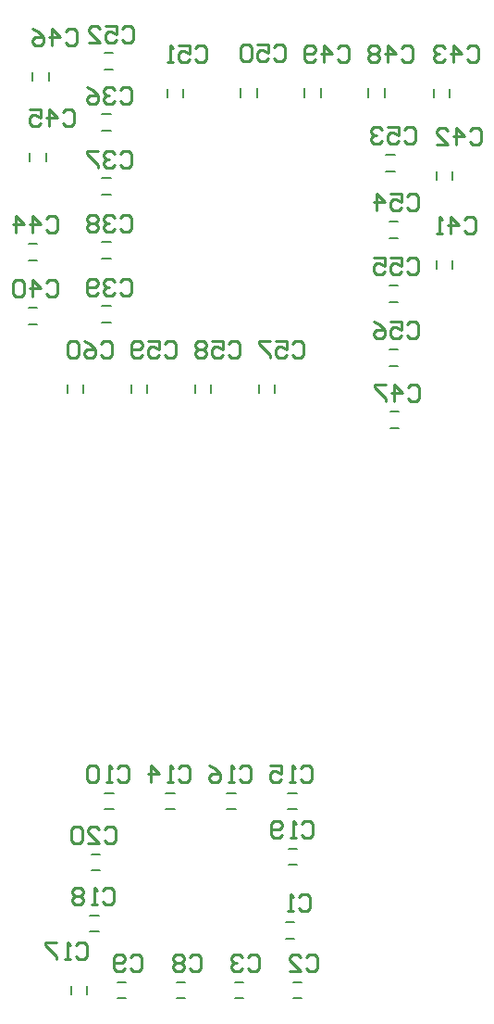
<source format=gbo>
%FSLAX44Y44*%
%MOMM*%
G71*
G01*
G75*
G04 Layer_Color=32896*
G04:AMPARAMS|DCode=10|XSize=3.5mm|YSize=2.05mm|CornerRadius=0.5125mm|HoleSize=0mm|Usage=FLASHONLY|Rotation=0.000|XOffset=0mm|YOffset=0mm|HoleType=Round|Shape=RoundedRectangle|*
%AMROUNDEDRECTD10*
21,1,3.5000,1.0250,0,0,0.0*
21,1,2.4750,2.0500,0,0,0.0*
1,1,1.0250,1.2375,-0.5125*
1,1,1.0250,-1.2375,-0.5125*
1,1,1.0250,-1.2375,0.5125*
1,1,1.0250,1.2375,0.5125*
%
%ADD10ROUNDEDRECTD10*%
G04:AMPARAMS|DCode=11|XSize=4mm|YSize=2.05mm|CornerRadius=0.5125mm|HoleSize=0mm|Usage=FLASHONLY|Rotation=0.000|XOffset=0mm|YOffset=0mm|HoleType=Round|Shape=RoundedRectangle|*
%AMROUNDEDRECTD11*
21,1,4.0000,1.0250,0,0,0.0*
21,1,2.9750,2.0500,0,0,0.0*
1,1,1.0250,1.4875,-0.5125*
1,1,1.0250,-1.4875,-0.5125*
1,1,1.0250,-1.4875,0.5125*
1,1,1.0250,1.4875,0.5125*
%
%ADD11ROUNDEDRECTD11*%
G04:AMPARAMS|DCode=12|XSize=3.5mm|YSize=2.05mm|CornerRadius=0.5125mm|HoleSize=0mm|Usage=FLASHONLY|Rotation=0.000|XOffset=0mm|YOffset=0mm|HoleType=Round|Shape=RoundedRectangle|*
%AMROUNDEDRECTD12*
21,1,3.5000,1.0250,0,0,0.0*
21,1,2.4750,2.0500,0,0,0.0*
1,1,1.0250,1.2375,-0.5125*
1,1,1.0250,-1.2375,-0.5125*
1,1,1.0250,-1.2375,0.5125*
1,1,1.0250,1.2375,0.5125*
%
%ADD12ROUNDEDRECTD12*%
G04:AMPARAMS|DCode=13|XSize=2.8mm|YSize=0.5mm|CornerRadius=0.125mm|HoleSize=0mm|Usage=FLASHONLY|Rotation=0.000|XOffset=0mm|YOffset=0mm|HoleType=Round|Shape=RoundedRectangle|*
%AMROUNDEDRECTD13*
21,1,2.8000,0.2500,0,0,0.0*
21,1,2.5500,0.5000,0,0,0.0*
1,1,0.2500,1.2750,-0.1250*
1,1,0.2500,-1.2750,-0.1250*
1,1,0.2500,-1.2750,0.1250*
1,1,0.2500,1.2750,0.1250*
%
%ADD13ROUNDEDRECTD13*%
%ADD14R,1.0000X0.7000*%
%ADD15R,0.8500X0.7000*%
%ADD16R,2.1000X1.4000*%
%ADD17R,1.1000X1.7000*%
%ADD18O,1.6000X0.5500*%
%ADD19R,1.1000X2.6000*%
%ADD20R,1.1000X0.6000*%
%ADD21O,0.4500X1.8000*%
%ADD22R,1.0000X2.1500*%
%ADD23R,3.2500X2.1500*%
%ADD24R,2.6000X1.2000*%
%ADD25R,1.2000X2.6000*%
%ADD26R,1.7000X1.1000*%
%ADD27R,0.9500X1.7000*%
%ADD28R,1.3000X1.9000*%
%ADD29C,0.4500*%
%ADD30R,2.6000X1.1000*%
%ADD31R,0.3000X1.9000*%
%ADD32C,0.3600*%
%ADD33R,1.0000X2.4000*%
%ADD34R,3.3000X2.4000*%
G04:AMPARAMS|DCode=35|XSize=3.5mm|YSize=2.05mm|CornerRadius=0.5125mm|HoleSize=0mm|Usage=FLASHONLY|Rotation=270.000|XOffset=0mm|YOffset=0mm|HoleType=Round|Shape=RoundedRectangle|*
%AMROUNDEDRECTD35*
21,1,3.5000,1.0250,0,0,270.0*
21,1,2.4750,2.0500,0,0,270.0*
1,1,1.0250,-0.5125,-1.2375*
1,1,1.0250,-0.5125,1.2375*
1,1,1.0250,0.5125,1.2375*
1,1,1.0250,0.5125,-1.2375*
%
%ADD35ROUNDEDRECTD35*%
G04:AMPARAMS|DCode=36|XSize=4mm|YSize=2.05mm|CornerRadius=0.5125mm|HoleSize=0mm|Usage=FLASHONLY|Rotation=270.000|XOffset=0mm|YOffset=0mm|HoleType=Round|Shape=RoundedRectangle|*
%AMROUNDEDRECTD36*
21,1,4.0000,1.0250,0,0,270.0*
21,1,2.9750,2.0500,0,0,270.0*
1,1,1.0250,-0.5125,-1.4875*
1,1,1.0250,-0.5125,1.4875*
1,1,1.0250,0.5125,1.4875*
1,1,1.0250,0.5125,-1.4875*
%
%ADD36ROUNDEDRECTD36*%
G04:AMPARAMS|DCode=37|XSize=3.5mm|YSize=2.05mm|CornerRadius=0.5125mm|HoleSize=0mm|Usage=FLASHONLY|Rotation=270.000|XOffset=0mm|YOffset=0mm|HoleType=Round|Shape=RoundedRectangle|*
%AMROUNDEDRECTD37*
21,1,3.5000,1.0250,0,0,270.0*
21,1,2.4750,2.0500,0,0,270.0*
1,1,1.0250,-0.5125,-1.2375*
1,1,1.0250,-0.5125,1.2375*
1,1,1.0250,0.5125,1.2375*
1,1,1.0250,0.5125,-1.2375*
%
%ADD37ROUNDEDRECTD37*%
G04:AMPARAMS|DCode=38|XSize=2.8mm|YSize=0.5mm|CornerRadius=0.125mm|HoleSize=0mm|Usage=FLASHONLY|Rotation=270.000|XOffset=0mm|YOffset=0mm|HoleType=Round|Shape=RoundedRectangle|*
%AMROUNDEDRECTD38*
21,1,2.8000,0.2500,0,0,270.0*
21,1,2.5500,0.5000,0,0,270.0*
1,1,0.2500,-0.1250,-1.2750*
1,1,0.2500,-0.1250,1.2750*
1,1,0.2500,0.1250,1.2750*
1,1,0.2500,0.1250,-1.2750*
%
%ADD38ROUNDEDRECTD38*%
%ADD39R,1.8000X2.0000*%
%ADD40R,3.0000X2.5000*%
%ADD41C,0.2000*%
%ADD42C,0.1000*%
%ADD43C,0.2540*%
%ADD44C,0.8000*%
%ADD45C,1.0000*%
%ADD46C,0.5000*%
%ADD47C,1.4000*%
%ADD48C,1.5000*%
%ADD49R,1.5000X1.5000*%
%ADD50C,0.9000*%
%ADD51C,4.7600*%
%ADD52R,1.6900X1.6900*%
%ADD53C,1.6900*%
%ADD54R,1.5000X1.5000*%
%ADD55C,1.5240*%
%ADD56C,0.4000*%
%ADD57C,7.0000*%
%ADD58C,1.3000*%
%ADD59C,2.1000*%
%ADD60C,1.0160*%
%ADD61C,1.4080*%
%ADD62C,1.4080*%
%ADD63C,3.7680*%
%ADD64C,1.5980*%
%ADD65C,1.8080*%
%ADD66C,0.7080*%
%ADD67C,5.5080*%
%ADD68C,2.1080*%
%ADD69C,0.4000*%
%ADD70C,0.2500*%
%ADD71C,0.6000*%
%ADD72C,0.2032*%
%ADD73C,0.1500*%
%ADD74C,0.7000*%
G04:AMPARAMS|DCode=75|XSize=3.7032mm|YSize=2.2532mm|CornerRadius=0.6141mm|HoleSize=0mm|Usage=FLASHONLY|Rotation=0.000|XOffset=0mm|YOffset=0mm|HoleType=Round|Shape=RoundedRectangle|*
%AMROUNDEDRECTD75*
21,1,3.7032,1.0250,0,0,0.0*
21,1,2.4750,2.2532,0,0,0.0*
1,1,1.2282,1.2375,-0.5125*
1,1,1.2282,-1.2375,-0.5125*
1,1,1.2282,-1.2375,0.5125*
1,1,1.2282,1.2375,0.5125*
%
%ADD75ROUNDEDRECTD75*%
G04:AMPARAMS|DCode=76|XSize=4.2032mm|YSize=2.2532mm|CornerRadius=0.6141mm|HoleSize=0mm|Usage=FLASHONLY|Rotation=0.000|XOffset=0mm|YOffset=0mm|HoleType=Round|Shape=RoundedRectangle|*
%AMROUNDEDRECTD76*
21,1,4.2032,1.0250,0,0,0.0*
21,1,2.9750,2.2532,0,0,0.0*
1,1,1.2282,1.4875,-0.5125*
1,1,1.2282,-1.4875,-0.5125*
1,1,1.2282,-1.4875,0.5125*
1,1,1.2282,1.4875,0.5125*
%
%ADD76ROUNDEDRECTD76*%
G04:AMPARAMS|DCode=77|XSize=3.7032mm|YSize=2.2532mm|CornerRadius=0.6141mm|HoleSize=0mm|Usage=FLASHONLY|Rotation=0.000|XOffset=0mm|YOffset=0mm|HoleType=Round|Shape=RoundedRectangle|*
%AMROUNDEDRECTD77*
21,1,3.7032,1.0250,0,0,0.0*
21,1,2.4750,2.2532,0,0,0.0*
1,1,1.2282,1.2375,-0.5125*
1,1,1.2282,-1.2375,-0.5125*
1,1,1.2282,-1.2375,0.5125*
1,1,1.2282,1.2375,0.5125*
%
%ADD77ROUNDEDRECTD77*%
G04:AMPARAMS|DCode=78|XSize=3.0032mm|YSize=0.7032mm|CornerRadius=0.2266mm|HoleSize=0mm|Usage=FLASHONLY|Rotation=0.000|XOffset=0mm|YOffset=0mm|HoleType=Round|Shape=RoundedRectangle|*
%AMROUNDEDRECTD78*
21,1,3.0032,0.2500,0,0,0.0*
21,1,2.5500,0.7032,0,0,0.0*
1,1,0.4532,1.2750,-0.1250*
1,1,0.4532,-1.2750,-0.1250*
1,1,0.4532,-1.2750,0.1250*
1,1,0.4532,1.2750,0.1250*
%
%ADD78ROUNDEDRECTD78*%
%ADD79R,1.2032X0.9032*%
%ADD80R,1.0532X0.9032*%
%ADD81R,2.3032X1.6032*%
%ADD82R,1.3032X1.9032*%
%ADD83O,1.8032X0.7532*%
%ADD84R,1.3032X2.8032*%
%ADD85R,1.3032X0.8032*%
%ADD86O,0.6532X2.0032*%
%ADD87R,1.2032X2.3532*%
%ADD88R,3.4532X2.3532*%
%ADD89R,2.8032X1.4032*%
%ADD90R,1.4032X2.8032*%
%ADD91R,1.9032X1.3032*%
%ADD92R,1.1532X1.9032*%
%ADD93R,1.5032X2.1032*%
%ADD94C,0.5700*%
%ADD95R,2.8032X1.3032*%
%ADD96R,0.5032X2.1032*%
%ADD97C,0.4800*%
%ADD98R,1.2032X2.6032*%
%ADD99R,3.5032X2.6032*%
G04:AMPARAMS|DCode=100|XSize=3.7032mm|YSize=2.2532mm|CornerRadius=0.6141mm|HoleSize=0mm|Usage=FLASHONLY|Rotation=270.000|XOffset=0mm|YOffset=0mm|HoleType=Round|Shape=RoundedRectangle|*
%AMROUNDEDRECTD100*
21,1,3.7032,1.0250,0,0,270.0*
21,1,2.4750,2.2532,0,0,270.0*
1,1,1.2282,-0.5125,-1.2375*
1,1,1.2282,-0.5125,1.2375*
1,1,1.2282,0.5125,1.2375*
1,1,1.2282,0.5125,-1.2375*
%
%ADD100ROUNDEDRECTD100*%
G04:AMPARAMS|DCode=101|XSize=4.2032mm|YSize=2.2532mm|CornerRadius=0.6141mm|HoleSize=0mm|Usage=FLASHONLY|Rotation=270.000|XOffset=0mm|YOffset=0mm|HoleType=Round|Shape=RoundedRectangle|*
%AMROUNDEDRECTD101*
21,1,4.2032,1.0250,0,0,270.0*
21,1,2.9750,2.2532,0,0,270.0*
1,1,1.2282,-0.5125,-1.4875*
1,1,1.2282,-0.5125,1.4875*
1,1,1.2282,0.5125,1.4875*
1,1,1.2282,0.5125,-1.4875*
%
%ADD101ROUNDEDRECTD101*%
G04:AMPARAMS|DCode=102|XSize=3.7032mm|YSize=2.2532mm|CornerRadius=0.6141mm|HoleSize=0mm|Usage=FLASHONLY|Rotation=270.000|XOffset=0mm|YOffset=0mm|HoleType=Round|Shape=RoundedRectangle|*
%AMROUNDEDRECTD102*
21,1,3.7032,1.0250,0,0,270.0*
21,1,2.4750,2.2532,0,0,270.0*
1,1,1.2282,-0.5125,-1.2375*
1,1,1.2282,-0.5125,1.2375*
1,1,1.2282,0.5125,1.2375*
1,1,1.2282,0.5125,-1.2375*
%
%ADD102ROUNDEDRECTD102*%
G04:AMPARAMS|DCode=103|XSize=3.0032mm|YSize=0.7032mm|CornerRadius=0.2266mm|HoleSize=0mm|Usage=FLASHONLY|Rotation=270.000|XOffset=0mm|YOffset=0mm|HoleType=Round|Shape=RoundedRectangle|*
%AMROUNDEDRECTD103*
21,1,3.0032,0.2500,0,0,270.0*
21,1,2.5500,0.7032,0,0,270.0*
1,1,0.4532,-0.1250,-1.2750*
1,1,0.4532,-0.1250,1.2750*
1,1,0.4532,0.1250,1.2750*
1,1,0.4532,0.1250,-1.2750*
%
%ADD103ROUNDEDRECTD103*%
%ADD104R,2.0032X2.2032*%
%ADD105R,3.2032X2.7032*%
%ADD106C,1.7032*%
%ADD107R,1.7032X1.7032*%
%ADD108C,1.1032*%
%ADD109C,4.9632*%
%ADD110R,1.8932X1.8932*%
%ADD111C,1.8932*%
%ADD112R,1.7032X1.7032*%
%ADD113C,1.7272*%
%ADD114C,0.6032*%
%ADD115C,7.2032*%
%ADD116C,1.5032*%
%ADD117C,2.3032*%
D41*
X1396920Y1116060D02*
X1404920D01*
X1396920Y1131060D02*
X1404920D01*
X1331080Y1288780D02*
X1339080D01*
X1331080Y1303780D02*
X1339080D01*
X1318850Y1247900D02*
X1326850D01*
X1318850Y1232900D02*
X1326850D01*
X1342310Y1116060D02*
X1350310D01*
X1342310Y1131060D02*
X1350310D01*
X1450260Y1116060D02*
X1458260D01*
X1450260Y1131060D02*
X1458260D01*
X1503600Y1116060D02*
X1511600D01*
X1503600Y1131060D02*
X1511600D01*
X1386960Y1288780D02*
X1394960D01*
X1386960Y1303780D02*
X1394960D01*
X1442840Y1288780D02*
X1450840D01*
X1442840Y1303780D02*
X1450840D01*
X1498720Y1288780D02*
X1506720D01*
X1498720Y1303780D02*
X1506720D01*
X1499190Y1237980D02*
X1507190D01*
X1499190Y1252980D02*
X1507190D01*
X1317580Y1177020D02*
X1325580D01*
X1317580Y1192020D02*
X1325580D01*
X1300110Y1119560D02*
Y1127560D01*
X1315110Y1119560D02*
Y1127560D01*
X1496650Y1170670D02*
X1504650D01*
X1496650Y1185670D02*
X1504650D01*
X1328510Y1923870D02*
X1336510D01*
X1328510Y1908870D02*
X1336510D01*
X1328510Y1865450D02*
X1336510D01*
X1328510Y1850450D02*
X1336510D01*
X1328510Y1792030D02*
X1336510D01*
X1328510Y1807030D02*
X1336510D01*
X1328510Y1733610D02*
X1336510D01*
X1328510Y1748610D02*
X1336510D01*
X1261200Y1732340D02*
X1269200D01*
X1261200Y1747340D02*
X1269200D01*
X1649420Y1782830D02*
Y1790830D01*
X1634420Y1782830D02*
Y1790830D01*
Y1864110D02*
Y1872110D01*
X1649420Y1864110D02*
Y1872110D01*
X1631880Y1939040D02*
Y1947040D01*
X1646880Y1939040D02*
Y1947040D01*
X1261200Y1790760D02*
X1269200D01*
X1261200Y1805760D02*
X1269200D01*
X1262310Y1880620D02*
Y1888620D01*
X1277310Y1880620D02*
Y1888620D01*
X1264850Y1954280D02*
Y1962280D01*
X1279850Y1954280D02*
Y1962280D01*
X1592200Y1652090D02*
X1600200D01*
X1592200Y1637090D02*
X1600200D01*
X1587190Y1939840D02*
Y1947840D01*
X1572190Y1939840D02*
Y1947840D01*
X1528770Y1939840D02*
Y1947840D01*
X1513770Y1939840D02*
Y1947840D01*
X1455350Y1939840D02*
Y1947840D01*
X1470350Y1939840D02*
Y1947840D01*
X1388040Y1939040D02*
Y1947040D01*
X1403040Y1939040D02*
Y1947040D01*
X1330580Y1964750D02*
X1338580D01*
X1330580Y1979750D02*
X1338580D01*
X1588390Y1887040D02*
X1596390D01*
X1588390Y1872040D02*
X1596390D01*
X1591400Y1811080D02*
X1599400D01*
X1591400Y1826080D02*
X1599400D01*
X1591400Y1752660D02*
X1599400D01*
X1591400Y1767660D02*
X1599400D01*
X1591400Y1694240D02*
X1599400D01*
X1591400Y1709240D02*
X1599400D01*
X1486860Y1669330D02*
Y1677330D01*
X1471860Y1669330D02*
Y1677330D01*
X1428440Y1669330D02*
Y1677330D01*
X1413440Y1669330D02*
Y1677330D01*
X1355020Y1669330D02*
Y1677330D01*
X1370020Y1669330D02*
Y1677330D01*
X1296600Y1669330D02*
Y1677330D01*
X1311600Y1669330D02*
Y1677330D01*
D43*
X1327217Y1714258D02*
X1329756Y1716797D01*
X1334835D01*
X1337374Y1714258D01*
Y1704101D01*
X1334835Y1701562D01*
X1329756D01*
X1327217Y1704101D01*
X1311982Y1716797D02*
X1317061Y1714258D01*
X1322139Y1709180D01*
Y1704101D01*
X1319600Y1701562D01*
X1314521D01*
X1311982Y1704101D01*
Y1706640D01*
X1314521Y1709180D01*
X1322139D01*
X1306904Y1714258D02*
X1304365Y1716797D01*
X1299286D01*
X1296747Y1714258D01*
Y1704101D01*
X1299286Y1701562D01*
X1304365D01*
X1306904Y1704101D01*
Y1714258D01*
X1385637D02*
X1388177Y1716797D01*
X1393255D01*
X1395794Y1714258D01*
Y1704101D01*
X1393255Y1701562D01*
X1388177D01*
X1385637Y1704101D01*
X1370402Y1716797D02*
X1380559D01*
Y1709180D01*
X1375481Y1711719D01*
X1372941D01*
X1370402Y1709180D01*
Y1704101D01*
X1372941Y1701562D01*
X1378020D01*
X1380559Y1704101D01*
X1365324D02*
X1362785Y1701562D01*
X1357706D01*
X1355167Y1704101D01*
Y1714258D01*
X1357706Y1716797D01*
X1362785D01*
X1365324Y1714258D01*
Y1711719D01*
X1362785Y1709180D01*
X1355167D01*
X1444057Y1714182D02*
X1446596Y1716721D01*
X1451675D01*
X1454214Y1714182D01*
Y1704025D01*
X1451675Y1701486D01*
X1446596D01*
X1444057Y1704025D01*
X1428822Y1716721D02*
X1438979D01*
Y1709104D01*
X1433901Y1711643D01*
X1431361D01*
X1428822Y1709104D01*
Y1704025D01*
X1431361Y1701486D01*
X1436440D01*
X1438979Y1704025D01*
X1423744Y1714182D02*
X1421205Y1716721D01*
X1416126D01*
X1413587Y1714182D01*
Y1711643D01*
X1416126Y1709104D01*
X1413587Y1706564D01*
Y1704025D01*
X1416126Y1701486D01*
X1421205D01*
X1423744Y1704025D01*
Y1706564D01*
X1421205Y1709104D01*
X1423744Y1711643D01*
Y1714182D01*
X1421205Y1709104D02*
X1416126D01*
X1502477Y1714182D02*
X1505016Y1716721D01*
X1510095D01*
X1512634Y1714182D01*
Y1704025D01*
X1510095Y1701486D01*
X1505016D01*
X1502477Y1704025D01*
X1487242Y1716721D02*
X1497399D01*
Y1709104D01*
X1492321Y1711643D01*
X1489781D01*
X1487242Y1709104D01*
Y1704025D01*
X1489781Y1701486D01*
X1494860D01*
X1497399Y1704025D01*
X1482164Y1716721D02*
X1472007D01*
Y1714182D01*
X1482164Y1704025D01*
Y1701486D01*
X1607887Y1731962D02*
X1610426Y1734501D01*
X1615505D01*
X1618044Y1731962D01*
Y1721805D01*
X1615505Y1719266D01*
X1610426D01*
X1607887Y1721805D01*
X1592652Y1734501D02*
X1602809D01*
Y1726884D01*
X1597731Y1729423D01*
X1595191D01*
X1592652Y1726884D01*
Y1721805D01*
X1595191Y1719266D01*
X1600270D01*
X1602809Y1721805D01*
X1577417Y1734501D02*
X1582496Y1731962D01*
X1587574Y1726884D01*
Y1721805D01*
X1585035Y1719266D01*
X1579956D01*
X1577417Y1721805D01*
Y1724344D01*
X1579956Y1726884D01*
X1587574D01*
X1607887Y1790382D02*
X1610426Y1792921D01*
X1615505D01*
X1618044Y1790382D01*
Y1780225D01*
X1615505Y1777686D01*
X1610426D01*
X1607887Y1780225D01*
X1592652Y1792921D02*
X1602809D01*
Y1785303D01*
X1597731Y1787843D01*
X1595191D01*
X1592652Y1785303D01*
Y1780225D01*
X1595191Y1777686D01*
X1600270D01*
X1602809Y1780225D01*
X1577417Y1792921D02*
X1587574D01*
Y1785303D01*
X1582496Y1787843D01*
X1579956D01*
X1577417Y1785303D01*
Y1780225D01*
X1579956Y1777686D01*
X1585035D01*
X1587574Y1780225D01*
X1607887Y1848802D02*
X1610426Y1851341D01*
X1615505D01*
X1618044Y1848802D01*
Y1838645D01*
X1615505Y1836106D01*
X1610426D01*
X1607887Y1838645D01*
X1592652Y1851341D02*
X1602809D01*
Y1843723D01*
X1597731Y1846263D01*
X1595191D01*
X1592652Y1843723D01*
Y1838645D01*
X1595191Y1836106D01*
X1600270D01*
X1602809Y1838645D01*
X1579956Y1836106D02*
Y1851341D01*
X1587574Y1843723D01*
X1577417D01*
X1604839Y1909762D02*
X1607378Y1912301D01*
X1612457D01*
X1614996Y1909762D01*
Y1899605D01*
X1612457Y1897066D01*
X1607378D01*
X1604839Y1899605D01*
X1589604Y1912301D02*
X1599761D01*
Y1904684D01*
X1594683Y1907223D01*
X1592143D01*
X1589604Y1904684D01*
Y1899605D01*
X1592143Y1897066D01*
X1597222D01*
X1599761Y1899605D01*
X1584526Y1909762D02*
X1581987Y1912301D01*
X1576908D01*
X1574369Y1909762D01*
Y1907223D01*
X1576908Y1904684D01*
X1579447D01*
X1576908D01*
X1574369Y1902144D01*
Y1899605D01*
X1576908Y1897066D01*
X1581987D01*
X1584526Y1899605D01*
X1347029Y2002472D02*
X1349568Y2005011D01*
X1354647D01*
X1357186Y2002472D01*
Y1992315D01*
X1354647Y1989776D01*
X1349568D01*
X1347029Y1992315D01*
X1331794Y2005011D02*
X1341951D01*
Y1997393D01*
X1336873Y1999933D01*
X1334333D01*
X1331794Y1997393D01*
Y1992315D01*
X1334333Y1989776D01*
X1339412D01*
X1341951Y1992315D01*
X1316559Y1989776D02*
X1326716D01*
X1316559Y1999933D01*
Y2002472D01*
X1319098Y2005011D01*
X1324177D01*
X1326716Y2002472D01*
X1413577Y1983930D02*
X1416116Y1986469D01*
X1421195D01*
X1423734Y1983930D01*
Y1973773D01*
X1421195Y1971234D01*
X1416116D01*
X1413577Y1973773D01*
X1398342Y1986469D02*
X1408499D01*
Y1978851D01*
X1403421Y1981391D01*
X1400881D01*
X1398342Y1978851D01*
Y1973773D01*
X1400881Y1971234D01*
X1405960D01*
X1408499Y1973773D01*
X1393264Y1971234D02*
X1388185D01*
X1390725D01*
Y1986469D01*
X1393264Y1983930D01*
X1485967Y1984768D02*
X1488506Y1987307D01*
X1493585D01*
X1496124Y1984768D01*
Y1974611D01*
X1493585Y1972072D01*
X1488506D01*
X1485967Y1974611D01*
X1470732Y1987307D02*
X1480889D01*
Y1979689D01*
X1475811Y1982229D01*
X1473271D01*
X1470732Y1979689D01*
Y1974611D01*
X1473271Y1972072D01*
X1478350D01*
X1480889Y1974611D01*
X1465654Y1984768D02*
X1463115Y1987307D01*
X1458036D01*
X1455497Y1984768D01*
Y1974611D01*
X1458036Y1972072D01*
X1463115D01*
X1465654Y1974611D01*
Y1984768D01*
X1544387Y1984692D02*
X1546926Y1987231D01*
X1552005D01*
X1554544Y1984692D01*
Y1974535D01*
X1552005Y1971996D01*
X1546926D01*
X1544387Y1974535D01*
X1531691Y1971996D02*
Y1987231D01*
X1539309Y1979613D01*
X1529152D01*
X1524074Y1974535D02*
X1521535Y1971996D01*
X1516456D01*
X1513917Y1974535D01*
Y1984692D01*
X1516456Y1987231D01*
X1521535D01*
X1524074Y1984692D01*
Y1982153D01*
X1521535Y1979613D01*
X1513917D01*
X1602807Y1984692D02*
X1605346Y1987231D01*
X1610425D01*
X1612964Y1984692D01*
Y1974535D01*
X1610425Y1971996D01*
X1605346D01*
X1602807Y1974535D01*
X1590111Y1971996D02*
Y1987231D01*
X1597729Y1979613D01*
X1587572D01*
X1582494Y1984692D02*
X1579955Y1987231D01*
X1574876D01*
X1572337Y1984692D01*
Y1982153D01*
X1574876Y1979613D01*
X1572337Y1977074D01*
Y1974535D01*
X1574876Y1971996D01*
X1579955D01*
X1582494Y1974535D01*
Y1977074D01*
X1579955Y1979613D01*
X1582494Y1982153D01*
Y1984692D01*
X1579955Y1979613D02*
X1574876D01*
X1608649Y1674812D02*
X1611188Y1677351D01*
X1616267D01*
X1618806Y1674812D01*
Y1664655D01*
X1616267Y1662116D01*
X1611188D01*
X1608649Y1664655D01*
X1595953Y1662116D02*
Y1677351D01*
X1603571Y1669733D01*
X1593414D01*
X1588336Y1677351D02*
X1578179D01*
Y1674812D01*
X1588336Y1664655D01*
Y1662116D01*
X1295467Y1999208D02*
X1298006Y2001747D01*
X1303085D01*
X1305624Y1999208D01*
Y1989051D01*
X1303085Y1986512D01*
X1298006D01*
X1295467Y1989051D01*
X1282771Y1986512D02*
Y2001747D01*
X1290389Y1994129D01*
X1280232D01*
X1264997Y2001747D02*
X1270076Y1999208D01*
X1275154Y1994129D01*
Y1989051D01*
X1272615Y1986512D01*
X1267536D01*
X1264997Y1989051D01*
Y1991590D01*
X1267536Y1994129D01*
X1275154D01*
X1292927Y1925548D02*
X1295466Y1928087D01*
X1300545D01*
X1303084Y1925548D01*
Y1915391D01*
X1300545Y1912852D01*
X1295466D01*
X1292927Y1915391D01*
X1280231Y1912852D02*
Y1928087D01*
X1287849Y1920470D01*
X1277692D01*
X1262457Y1928087D02*
X1272614D01*
Y1920470D01*
X1267535Y1923009D01*
X1264996D01*
X1262457Y1920470D01*
Y1915391D01*
X1264996Y1912852D01*
X1270075D01*
X1272614Y1915391D01*
X1277687Y1828482D02*
X1280226Y1831021D01*
X1285305D01*
X1287844Y1828482D01*
Y1818325D01*
X1285305Y1815786D01*
X1280226D01*
X1277687Y1818325D01*
X1264991Y1815786D02*
Y1831021D01*
X1272609Y1823403D01*
X1262452D01*
X1249756Y1815786D02*
Y1831021D01*
X1257374Y1823403D01*
X1247217D01*
X1662497Y1983968D02*
X1665036Y1986507D01*
X1670115D01*
X1672654Y1983968D01*
Y1973811D01*
X1670115Y1971272D01*
X1665036D01*
X1662497Y1973811D01*
X1649801Y1971272D02*
Y1986507D01*
X1657419Y1978889D01*
X1647262D01*
X1642184Y1983968D02*
X1639645Y1986507D01*
X1634566D01*
X1632027Y1983968D01*
Y1981429D01*
X1634566Y1978889D01*
X1637106D01*
X1634566D01*
X1632027Y1976350D01*
Y1973811D01*
X1634566Y1971272D01*
X1639645D01*
X1642184Y1973811D01*
X1665037Y1909038D02*
X1667576Y1911577D01*
X1672655D01*
X1675194Y1909038D01*
Y1898881D01*
X1672655Y1896342D01*
X1667576D01*
X1665037Y1898881D01*
X1652341Y1896342D02*
Y1911577D01*
X1659959Y1903960D01*
X1649802D01*
X1634567Y1896342D02*
X1644724D01*
X1634567Y1906499D01*
Y1909038D01*
X1637106Y1911577D01*
X1642185D01*
X1644724Y1909038D01*
X1659957Y1827720D02*
X1662496Y1830259D01*
X1667575D01*
X1670114Y1827720D01*
Y1817563D01*
X1667575Y1815024D01*
X1662496D01*
X1659957Y1817563D01*
X1647261Y1815024D02*
Y1830259D01*
X1654879Y1822641D01*
X1644722D01*
X1639644Y1815024D02*
X1634565D01*
X1637105D01*
Y1830259D01*
X1639644Y1827720D01*
X1277687Y1770062D02*
X1280226Y1772601D01*
X1285305D01*
X1287844Y1770062D01*
Y1759905D01*
X1285305Y1757366D01*
X1280226D01*
X1277687Y1759905D01*
X1264991Y1757366D02*
Y1772601D01*
X1272609Y1764984D01*
X1262452D01*
X1257374Y1770062D02*
X1254835Y1772601D01*
X1249756D01*
X1247217Y1770062D01*
Y1759905D01*
X1249756Y1757366D01*
X1254835D01*
X1257374Y1759905D01*
Y1770062D01*
X1344997Y1771332D02*
X1347536Y1773871D01*
X1352615D01*
X1355154Y1771332D01*
Y1761175D01*
X1352615Y1758636D01*
X1347536D01*
X1344997Y1761175D01*
X1339919Y1771332D02*
X1337380Y1773871D01*
X1332301D01*
X1329762Y1771332D01*
Y1768793D01*
X1332301Y1766254D01*
X1334841D01*
X1332301D01*
X1329762Y1763714D01*
Y1761175D01*
X1332301Y1758636D01*
X1337380D01*
X1339919Y1761175D01*
X1324684D02*
X1322145Y1758636D01*
X1317066D01*
X1314527Y1761175D01*
Y1771332D01*
X1317066Y1773871D01*
X1322145D01*
X1324684Y1771332D01*
Y1768793D01*
X1322145Y1766254D01*
X1314527D01*
X1344997Y1829752D02*
X1347536Y1832291D01*
X1352615D01*
X1355154Y1829752D01*
Y1819595D01*
X1352615Y1817056D01*
X1347536D01*
X1344997Y1819595D01*
X1339919Y1829752D02*
X1337380Y1832291D01*
X1332301D01*
X1329762Y1829752D01*
Y1827213D01*
X1332301Y1824673D01*
X1334841D01*
X1332301D01*
X1329762Y1822134D01*
Y1819595D01*
X1332301Y1817056D01*
X1337380D01*
X1339919Y1819595D01*
X1324684Y1829752D02*
X1322145Y1832291D01*
X1317066D01*
X1314527Y1829752D01*
Y1827213D01*
X1317066Y1824673D01*
X1314527Y1822134D01*
Y1819595D01*
X1317066Y1817056D01*
X1322145D01*
X1324684Y1819595D01*
Y1822134D01*
X1322145Y1824673D01*
X1324684Y1827213D01*
Y1829752D01*
X1322145Y1824673D02*
X1317066D01*
X1344997Y1888172D02*
X1347536Y1890711D01*
X1352615D01*
X1355154Y1888172D01*
Y1878015D01*
X1352615Y1875476D01*
X1347536D01*
X1344997Y1878015D01*
X1339919Y1888172D02*
X1337380Y1890711D01*
X1332301D01*
X1329762Y1888172D01*
Y1885633D01*
X1332301Y1883094D01*
X1334841D01*
X1332301D01*
X1329762Y1880554D01*
Y1878015D01*
X1332301Y1875476D01*
X1337380D01*
X1339919Y1878015D01*
X1324684Y1890711D02*
X1314527D01*
Y1888172D01*
X1324684Y1878015D01*
Y1875476D01*
X1344997Y1946592D02*
X1347536Y1949131D01*
X1352615D01*
X1355154Y1946592D01*
Y1936435D01*
X1352615Y1933896D01*
X1347536D01*
X1344997Y1936435D01*
X1339919Y1946592D02*
X1337380Y1949131D01*
X1332301D01*
X1329762Y1946592D01*
Y1944053D01*
X1332301Y1941514D01*
X1334841D01*
X1332301D01*
X1329762Y1938974D01*
Y1936435D01*
X1332301Y1933896D01*
X1337380D01*
X1339919Y1936435D01*
X1314527Y1949131D02*
X1319606Y1946592D01*
X1324684Y1941514D01*
Y1936435D01*
X1322145Y1933896D01*
X1317066D01*
X1314527Y1936435D01*
Y1938974D01*
X1317066Y1941514D01*
X1324684D01*
X1330727Y1270622D02*
X1333266Y1273161D01*
X1338345D01*
X1340884Y1270622D01*
Y1260465D01*
X1338345Y1257926D01*
X1333266D01*
X1330727Y1260465D01*
X1315492Y1257926D02*
X1325649D01*
X1315492Y1268083D01*
Y1270622D01*
X1318031Y1273161D01*
X1323110D01*
X1325649Y1270622D01*
X1310414D02*
X1307875Y1273161D01*
X1302796D01*
X1300257Y1270622D01*
Y1260465D01*
X1302796Y1257926D01*
X1307875D01*
X1310414Y1260465D01*
Y1270622D01*
X1511105Y1275702D02*
X1513645Y1278241D01*
X1518723D01*
X1521262Y1275702D01*
Y1265545D01*
X1518723Y1263006D01*
X1513645D01*
X1511105Y1265545D01*
X1506027Y1263006D02*
X1500949D01*
X1503488D01*
Y1278241D01*
X1506027Y1275702D01*
X1493331Y1265545D02*
X1490792Y1263006D01*
X1485714D01*
X1483174Y1265545D01*
Y1275702D01*
X1485714Y1278241D01*
X1490792D01*
X1493331Y1275702D01*
Y1273163D01*
X1490792Y1270623D01*
X1483174D01*
X1329495Y1214742D02*
X1332034Y1217281D01*
X1337113D01*
X1339652Y1214742D01*
Y1204585D01*
X1337113Y1202046D01*
X1332034D01*
X1329495Y1204585D01*
X1324417Y1202046D02*
X1319339D01*
X1321878D01*
Y1217281D01*
X1324417Y1214742D01*
X1311721D02*
X1309182Y1217281D01*
X1304104D01*
X1301564Y1214742D01*
Y1212203D01*
X1304104Y1209663D01*
X1301564Y1207124D01*
Y1204585D01*
X1304104Y1202046D01*
X1309182D01*
X1311721Y1204585D01*
Y1207124D01*
X1309182Y1209663D01*
X1311721Y1212203D01*
Y1214742D01*
X1309182Y1209663D02*
X1304104D01*
X1304819Y1164450D02*
X1307359Y1166989D01*
X1312437D01*
X1314976Y1164450D01*
Y1154293D01*
X1312437Y1151754D01*
X1307359D01*
X1304819Y1154293D01*
X1299741Y1151754D02*
X1294663D01*
X1297202D01*
Y1166989D01*
X1299741Y1164450D01*
X1287045Y1166989D02*
X1276888D01*
Y1164450D01*
X1287045Y1154293D01*
Y1151754D01*
X1454755Y1326502D02*
X1457294Y1329041D01*
X1462373D01*
X1464912Y1326502D01*
Y1316345D01*
X1462373Y1313806D01*
X1457294D01*
X1454755Y1316345D01*
X1449677Y1313806D02*
X1444599D01*
X1447138D01*
Y1329041D01*
X1449677Y1326502D01*
X1426824Y1329041D02*
X1431903Y1326502D01*
X1436981Y1321423D01*
Y1316345D01*
X1434442Y1313806D01*
X1429364D01*
X1426824Y1316345D01*
Y1318884D01*
X1429364Y1321423D01*
X1436981D01*
X1510635Y1326502D02*
X1513174Y1329041D01*
X1518253D01*
X1520792Y1326502D01*
Y1316345D01*
X1518253Y1313806D01*
X1513174D01*
X1510635Y1316345D01*
X1505557Y1313806D02*
X1500479D01*
X1503018D01*
Y1329041D01*
X1505557Y1326502D01*
X1482704Y1329041D02*
X1492861D01*
Y1321423D01*
X1487783Y1323963D01*
X1485244D01*
X1482704Y1321423D01*
Y1316345D01*
X1485244Y1313806D01*
X1490322D01*
X1492861Y1316345D01*
X1398875Y1326502D02*
X1401414Y1329041D01*
X1406493D01*
X1409032Y1326502D01*
Y1316345D01*
X1406493Y1313806D01*
X1401414D01*
X1398875Y1316345D01*
X1393797Y1313806D02*
X1388719D01*
X1391258D01*
Y1329041D01*
X1393797Y1326502D01*
X1373484Y1313806D02*
Y1329041D01*
X1381101Y1321423D01*
X1370944D01*
X1342995Y1326502D02*
X1345535Y1329041D01*
X1350613D01*
X1353152Y1326502D01*
Y1316345D01*
X1350613Y1313806D01*
X1345535D01*
X1342995Y1316345D01*
X1337917Y1313806D02*
X1332839D01*
X1335378D01*
Y1329041D01*
X1337917Y1326502D01*
X1325221D02*
X1322682Y1329041D01*
X1317604D01*
X1315064Y1326502D01*
Y1316345D01*
X1317604Y1313806D01*
X1322682D01*
X1325221Y1316345D01*
Y1326502D01*
X1354149Y1153834D02*
X1356689Y1156373D01*
X1361767D01*
X1364306Y1153834D01*
Y1143677D01*
X1361767Y1141138D01*
X1356689D01*
X1354149Y1143677D01*
X1349071D02*
X1346532Y1141138D01*
X1341453D01*
X1338914Y1143677D01*
Y1153834D01*
X1341453Y1156373D01*
X1346532D01*
X1349071Y1153834D01*
Y1151295D01*
X1346532Y1148755D01*
X1338914D01*
X1408759Y1153834D02*
X1411299Y1156373D01*
X1416377D01*
X1418916Y1153834D01*
Y1143677D01*
X1416377Y1141138D01*
X1411299D01*
X1408759Y1143677D01*
X1403681Y1153834D02*
X1401142Y1156373D01*
X1396063D01*
X1393524Y1153834D01*
Y1151295D01*
X1396063Y1148755D01*
X1393524Y1146216D01*
Y1143677D01*
X1396063Y1141138D01*
X1401142D01*
X1403681Y1143677D01*
Y1146216D01*
X1401142Y1148755D01*
X1403681Y1151295D01*
Y1153834D01*
X1401142Y1148755D02*
X1396063D01*
X1462099Y1153834D02*
X1464639Y1156373D01*
X1469717D01*
X1472256Y1153834D01*
Y1143677D01*
X1469717Y1141138D01*
X1464639D01*
X1462099Y1143677D01*
X1457021Y1153834D02*
X1454482Y1156373D01*
X1449403D01*
X1446864Y1153834D01*
Y1151295D01*
X1449403Y1148755D01*
X1451943D01*
X1449403D01*
X1446864Y1146216D01*
Y1143677D01*
X1449403Y1141138D01*
X1454482D01*
X1457021Y1143677D01*
X1515439Y1153834D02*
X1517979Y1156373D01*
X1523057D01*
X1525596Y1153834D01*
Y1143677D01*
X1523057Y1141138D01*
X1517979D01*
X1515439Y1143677D01*
X1500204Y1141138D02*
X1510361D01*
X1500204Y1151295D01*
Y1153834D01*
X1502743Y1156373D01*
X1507822D01*
X1510361Y1153834D01*
X1508527Y1208392D02*
X1511066Y1210931D01*
X1516145D01*
X1518684Y1208392D01*
Y1198235D01*
X1516145Y1195696D01*
X1511066D01*
X1508527Y1198235D01*
X1503449Y1195696D02*
X1498371D01*
X1500910D01*
Y1210931D01*
X1503449Y1208392D01*
M02*

</source>
